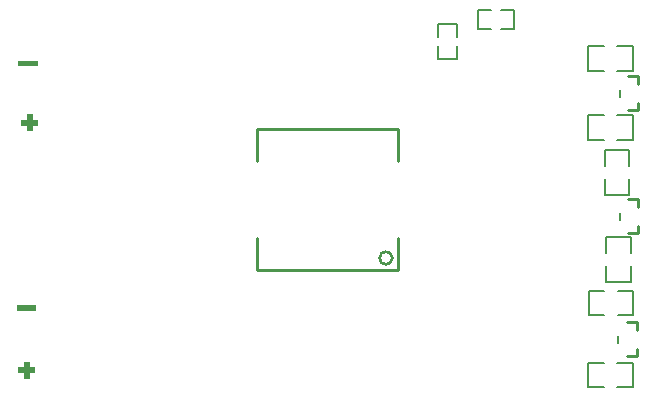
<source format=gbo>
G04 Layer: BottomSilkLayer*
G04 EasyEDA v6.4.5, 2020-09-03T12:26:06--7:00*
G04 e5bad7cf5beb4b60abe831444af73797,95dd31e7bbc04d03a1fa04b442bf807f,10*
G04 Gerber Generator version 0.2*
G04 Scale: 100 percent, Rotated: No, Reflected: No *
G04 Dimensions in millimeters *
G04 leading zeros omitted , absolute positions ,3 integer and 3 decimal *
%FSLAX33Y33*%
%MOMM*%
G90*
G71D02*

%ADD10C,0.254000*%
%ADD33C,0.200000*%
%ADD34C,0.199898*%

%LPD*%
G54D33*
G01X43853Y34854D02*
G01X43853Y35954D01*
G01X42252Y35954D01*
G01X42252Y34854D01*
G01X43853Y34055D02*
G01X43853Y32954D01*
G01X42853Y32954D01*
G01X42252Y32954D01*
G01X42252Y34055D01*
G01X47554Y35521D02*
G01X48654Y35521D01*
G01X48654Y37122D01*
G01X47554Y37122D01*
G01X46755Y35521D02*
G01X45654Y35521D01*
G01X45654Y36521D01*
G01X45654Y37122D01*
G01X46755Y37122D01*
G54D34*
G01X56369Y23922D02*
G01X56369Y25242D01*
G01X58439Y25242D01*
G01X58439Y23922D01*
G01X56369Y22790D02*
G01X56369Y21470D01*
G01X58439Y21470D01*
G01X58439Y22790D01*
G01X57450Y34054D02*
G01X58770Y34054D01*
G01X58770Y31984D01*
G01X57450Y31984D01*
G01X56318Y34054D02*
G01X54998Y34054D01*
G01X54998Y31984D01*
G01X56318Y31984D01*
G01X57450Y7257D02*
G01X58770Y7257D01*
G01X58770Y5187D01*
G01X57450Y5187D01*
G01X56318Y7257D02*
G01X54998Y7257D01*
G01X54998Y5187D01*
G01X56318Y5187D01*
G54D10*
G01X38892Y27081D02*
G01X26893Y27081D01*
G01X26893Y24313D01*
G01X26893Y17850D02*
G01X26893Y15082D01*
G01X38892Y15082D01*
G01X38892Y17850D01*
G01X38892Y24313D02*
G01X38892Y27081D01*
G54D34*
G01X58565Y15447D02*
G01X58565Y14127D01*
G01X56495Y14127D01*
G01X56495Y15447D01*
G01X58565Y16579D02*
G01X58565Y17899D01*
G01X56495Y17899D01*
G01X56495Y16579D01*
G01X57450Y28212D02*
G01X58770Y28212D01*
G01X58770Y26142D01*
G01X57450Y26142D01*
G01X56318Y28212D02*
G01X54998Y28212D01*
G01X54998Y26142D01*
G01X56318Y26142D01*
G01X56341Y11284D02*
G01X55021Y11284D01*
G01X55021Y13354D01*
G01X56341Y13354D01*
G01X57473Y11284D02*
G01X58793Y11284D01*
G01X58793Y13354D01*
G01X57473Y13354D01*
G54D10*
G01X58381Y18225D02*
G01X59196Y18225D01*
G01X59196Y18884D01*
G01X59196Y20485D02*
G01X59196Y21144D01*
G01X59196Y20485D01*
G01X59196Y21144D01*
G01X58381Y21144D01*
G54D33*
G01X57647Y19385D02*
G01X57647Y19984D01*
G54D10*
G01X58254Y7811D02*
G01X59069Y7811D01*
G01X59069Y8470D01*
G01X59069Y10071D02*
G01X59069Y10730D01*
G01X59069Y10071D01*
G01X59069Y10730D01*
G01X58254Y10730D01*
G54D33*
G01X57520Y8971D02*
G01X57520Y9570D01*
G54D10*
G01X58381Y28639D02*
G01X59196Y28639D01*
G01X59196Y29298D01*
G01X59196Y30899D02*
G01X59196Y31558D01*
G01X59196Y30899D01*
G01X59196Y31558D01*
G01X58381Y31558D01*
G54D33*
G01X57647Y29799D02*
G01X57647Y30398D01*

%LPD*%
G36*
G01X8355Y32846D02*
G01X6722Y32846D01*
G01X6722Y32361D01*
G01X8355Y32361D01*
G01X8355Y32846D01*
G37*

%LPD*%

%LPD*%
G36*
G01X7940Y28326D02*
G01X7454Y28326D01*
G01X7454Y27846D01*
G01X6959Y27846D01*
G01X6959Y27338D01*
G01X7454Y27338D01*
G01X7454Y26858D01*
G01X7940Y26858D01*
G01X7940Y27338D01*
G01X8427Y27338D01*
G01X8427Y27846D01*
G01X7940Y27846D01*
G01X7940Y28326D01*
G37*

%LPD*%

%LPD*%
G36*
G01X8228Y12145D02*
G01X6595Y12145D01*
G01X6595Y11660D01*
G01X8228Y11660D01*
G01X8228Y12145D01*
G37*

%LPD*%

%LPD*%
G36*
G01X7686Y7371D02*
G01X7200Y7371D01*
G01X7200Y6891D01*
G01X6705Y6891D01*
G01X6705Y6383D01*
G01X7200Y6383D01*
G01X7200Y5903D01*
G01X7686Y5903D01*
G01X7686Y6383D01*
G01X8173Y6383D01*
G01X8173Y6891D01*
G01X7686Y6891D01*
G01X7686Y7371D01*
G37*

%LPD*%
G54D10*
G75*
G01X38385Y16129D02*
G03X38385Y16129I-539J0D01*
G01*
M00*
M02*

</source>
